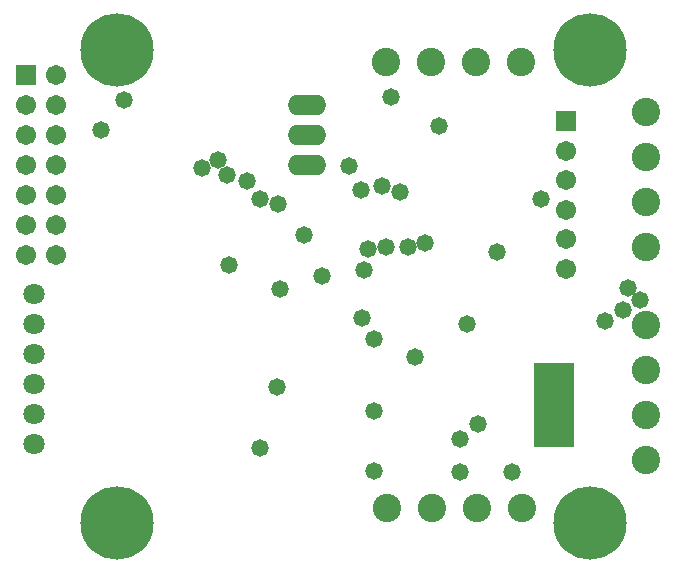
<source format=gbs>
%FSLAX24Y24*%
%MOIN*%
G70*
G01*
G75*
G04 Layer_Color=16711935*
%ADD10R,0.0512X0.0591*%
%ADD11R,0.0453X0.0118*%
%ADD12R,0.0709X0.0512*%
%ADD13R,0.0551X0.0472*%
%ADD14R,0.0591X0.0512*%
G04:AMPARAMS|DCode=15|XSize=33.5mil|YSize=15.7mil|CornerRadius=0mil|HoleSize=0mil|Usage=FLASHONLY|Rotation=225.000|XOffset=0mil|YOffset=0mil|HoleType=Round|Shape=Rectangle|*
%AMROTATEDRECTD15*
4,1,4,0.0063,0.0174,0.0174,0.0063,-0.0063,-0.0174,-0.0174,-0.0063,0.0063,0.0174,0.0*
%
%ADD15ROTATEDRECTD15*%

%ADD16O,0.0098X0.0610*%
%ADD17O,0.0610X0.0098*%
%ADD18R,0.1000X0.0600*%
%ADD19R,0.0600X0.1000*%
%ADD20R,0.0906X0.0906*%
%ADD21R,0.0472X0.0551*%
%ADD22R,0.0591X0.0236*%
%ADD23R,0.0512X0.0709*%
%ADD24C,0.0120*%
%ADD25C,0.0200*%
%ADD26C,0.0080*%
%ADD27C,0.0500*%
%ADD28C,0.0250*%
%ADD29C,0.0400*%
%ADD30R,0.1260X0.2756*%
%ADD31C,0.0591*%
%ADD32R,0.0591X0.0591*%
%ADD33C,0.2362*%
%ADD34C,0.0866*%
%ADD35C,0.0630*%
%ADD36O,0.1200X0.0600*%
%ADD37C,0.0500*%
%ADD38C,0.0098*%
%ADD39C,0.0079*%
%ADD40C,0.0236*%
%ADD41C,0.0100*%
%ADD42R,0.0592X0.0671*%
%ADD43R,0.0533X0.0198*%
%ADD44R,0.0789X0.0592*%
%ADD45R,0.0631X0.0552*%
%ADD46R,0.0671X0.0592*%
G04:AMPARAMS|DCode=47|XSize=41.5mil|YSize=23.7mil|CornerRadius=0mil|HoleSize=0mil|Usage=FLASHONLY|Rotation=225.000|XOffset=0mil|YOffset=0mil|HoleType=Round|Shape=Rectangle|*
%AMROTATEDRECTD47*
4,1,4,0.0063,0.0231,0.0231,0.0063,-0.0063,-0.0231,-0.0231,-0.0063,0.0063,0.0231,0.0*
%
%ADD47ROTATEDRECTD47*%

%ADD48O,0.0178X0.0690*%
%ADD49O,0.0690X0.0178*%
%ADD50R,0.1080X0.0680*%
%ADD51R,0.0680X0.1080*%
%ADD52R,0.0986X0.0986*%
%ADD53R,0.0552X0.0631*%
%ADD54R,0.0671X0.0316*%
%ADD55R,0.0592X0.0789*%
%ADD56R,0.1340X0.2836*%
%ADD57C,0.0671*%
%ADD58R,0.0671X0.0671*%
%ADD59C,0.2442*%
%ADD60C,0.0946*%
%ADD61C,0.0710*%
%ADD62O,0.1280X0.0680*%
%ADD63C,0.0580*%
D56*
X18500Y5500D02*
D03*
D57*
X18898Y10039D02*
D03*
Y11024D02*
D03*
Y12008D02*
D03*
Y12992D02*
D03*
Y13976D02*
D03*
X1900Y10500D02*
D03*
X900D02*
D03*
X1900Y11500D02*
D03*
X900D02*
D03*
X1900Y12500D02*
D03*
X900D02*
D03*
X1900Y13500D02*
D03*
X900D02*
D03*
X1900Y14500D02*
D03*
X900D02*
D03*
X1900Y15500D02*
D03*
X900D02*
D03*
X1900Y16500D02*
D03*
D58*
X18898Y14961D02*
D03*
X900Y16500D02*
D03*
D59*
X3937Y17323D02*
D03*
Y1575D02*
D03*
X19685Y17323D02*
D03*
Y1575D02*
D03*
D60*
X21547Y10756D02*
D03*
Y12256D02*
D03*
Y13756D02*
D03*
Y15256D02*
D03*
X12921Y2075D02*
D03*
X14421D02*
D03*
X15921D02*
D03*
X17421D02*
D03*
X21547Y3669D02*
D03*
Y5169D02*
D03*
Y6669D02*
D03*
Y8169D02*
D03*
X17394Y16921D02*
D03*
X15894D02*
D03*
X14394D02*
D03*
X12894D02*
D03*
D61*
X1150Y4200D02*
D03*
Y5200D02*
D03*
Y6200D02*
D03*
Y7200D02*
D03*
Y8200D02*
D03*
Y9200D02*
D03*
D62*
X10250Y15500D02*
D03*
Y14500D02*
D03*
Y13500D02*
D03*
D63*
X12500Y3300D02*
D03*
X10750Y9800D02*
D03*
X10150Y11150D02*
D03*
X11650Y13450D02*
D03*
X12500Y5300D02*
D03*
X12100Y8400D02*
D03*
X12500Y7700D02*
D03*
X21350Y9000D02*
D03*
X16600Y10600D02*
D03*
X20950Y9400D02*
D03*
X15950Y4850D02*
D03*
X15350Y4350D02*
D03*
Y3250D02*
D03*
X14650Y14800D02*
D03*
X13050Y15750D02*
D03*
X7650Y10150D02*
D03*
X9250Y6100D02*
D03*
X13850Y7100D02*
D03*
X9350Y9350D02*
D03*
X14200Y10900D02*
D03*
X13640Y10777D02*
D03*
X7600Y13150D02*
D03*
X15600Y8200D02*
D03*
X18050Y12350D02*
D03*
X9300Y12200D02*
D03*
X8700Y12350D02*
D03*
X8250Y12950D02*
D03*
X12750Y12800D02*
D03*
X13350Y12600D02*
D03*
X12050Y12650D02*
D03*
X8700Y4050D02*
D03*
X20800Y8650D02*
D03*
X20200Y8300D02*
D03*
X12150Y10000D02*
D03*
X6750Y13400D02*
D03*
X7300Y13650D02*
D03*
X12900Y10750D02*
D03*
X12300Y10700D02*
D03*
X17100Y3250D02*
D03*
X4150Y15650D02*
D03*
X3400Y14650D02*
D03*
M02*

</source>
